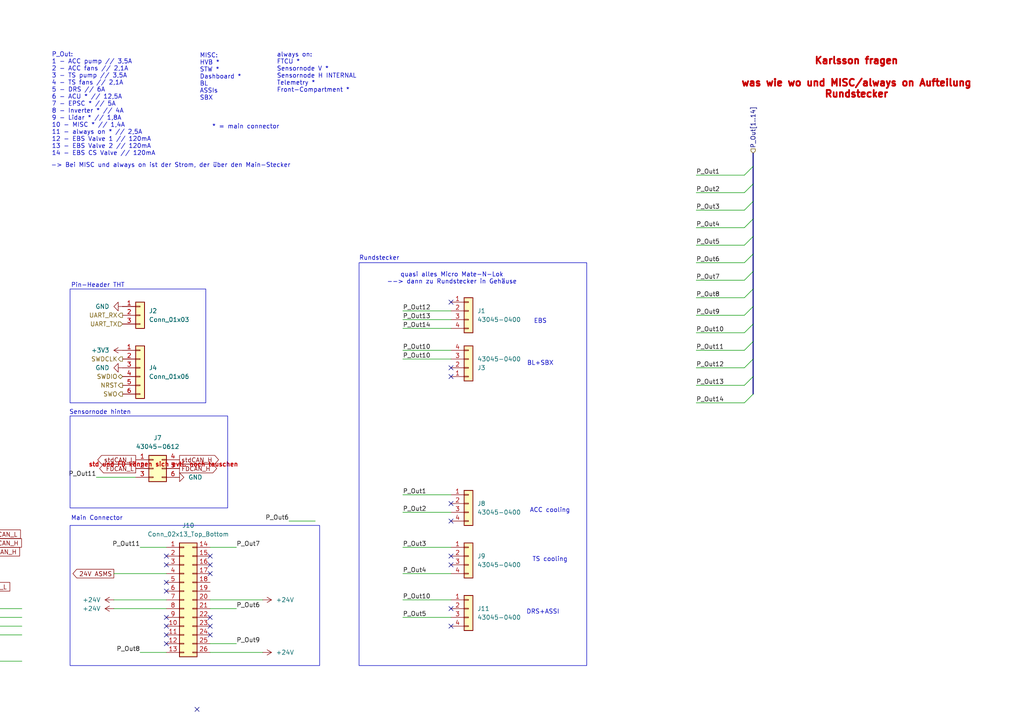
<source format=kicad_sch>
(kicad_sch (version 20231120) (generator "eeschema") (generator_version "8.0")
  (paper "A4")
  (title_block (title "PDU FT25") (date "2024-11-23") (rev "V1.1") (company "Janek Herm") (comment 1 "FaSTTUBe Electronics"))
  (lib_symbols
    (symbol "Connector_Generic:Conn_01x03" (pin_names (offset 1.016) hide)
      (property "Reference" "J" (at 0 5.08 0))
      (property "Value" "Conn_01x03" (at 0 -5.08 0))
      (symbol "Conn_01x03_1_1"
        (rectangle (start -1.27 -2.413) (end 0 -2.667) (stroke (width 0.1524)))
        (rectangle (start -1.27 0.127) (end 0 -0.127) (stroke (width 0.1524)))
        (rectangle (start -1.27 2.667) (end 0 2.413) (stroke (width 0.1524)))
        (rectangle (start -1.27 3.81) (end 1.27 -3.81) (stroke (width 0.254)) (fill (type background)))
        (pin passive line (at -5.08 2.54 0) (length 3.81) (name "Pin_1") (number "1"))
        (pin passive line (at -5.08 0 0) (length 3.81) (name "Pin_2") (number "2"))
        (pin passive line (at -5.08 -2.54 0) (length 3.81) (name "Pin_3") (number "3"))
      )
    )
    (symbol "Connector_Generic:Conn_01x04" (pin_names (offset 1.016) hide)
      (property "Reference" "J" (at 0 5.08 0))
      (property "Value" "Conn_01x04" (at 0 -7.62 0))
      (symbol "Conn_01x04_1_1"
        (rectangle (start -1.27 -4.953) (end 0 -5.207) (stroke (width 0.1524)))
        (rectangle (start -1.27 -2.413) (end 0 -2.667) (stroke (width 0.1524)))
        (rectangle (start -1.27 0.127) (end 0 -0.127) (stroke (width 0.1524)))
        (rectangle (start -1.27 2.667) (end 0 2.413) (stroke (width 0.1524)))
        (rectangle (start -1.27 3.81) (end 1.27 -6.35) (stroke (width 0.254)) (fill (type background)))
        (pin passive line (at -5.08 2.54 0) (length 3.81) (name "Pin_1") (number "1"))
        (pin passive line (at -5.08 0 0) (length 3.81) (name "Pin_2") (number "2"))
        (pin passive line (at -5.08 -2.54 0) (length 3.81) (name "Pin_3") (number "3"))
        (pin passive line (at -5.08 -5.08 0) (length 3.81) (name "Pin_4") (number "4"))
      )
    )
    (symbol "Connector_Generic:Conn_01x06" (pin_names (offset 1.016) hide)
      (property "Reference" "J" (at 0 7.62 0))
      (property "Value" "Conn_01x06" (at 0 -10.16 0))
      (symbol "Conn_01x06_1_1"
        (rectangle (start -1.27 -7.493) (end 0 -7.747) (stroke (width 0.1524)))
        (rectangle (start -1.27 -4.953) (end 0 -5.207) (stroke (width 0.1524)))
        (rectangle (start -1.27 -2.413) (end 0 -2.667) (stroke (width 0.1524)))
        (rectangle (start -1.27 0.127) (end 0 -0.127) (stroke (width 0.1524)))
        (rectangle (start -1.27 2.667) (end 0 2.413) (stroke (width 0.1524)))
        (rectangle (start -1.27 5.207) (end 0 4.953) (stroke (width 0.1524)))
        (rectangle (start -1.27 6.35) (end 1.27 -8.89) (stroke (width 0.254)) (fill (type background)))
        (pin passive line (at -5.08 5.08 0) (length 3.81) (name "Pin_1") (number "1"))
        (pin passive line (at -5.08 2.54 0) (length 3.81) (name "Pin_2") (number "2"))
        (pin passive line (at -5.08 0 0) (length 3.81) (name "Pin_3") (number "3"))
        (pin passive line (at -5.08 -2.54 0) (length 3.81) (name "Pin_4") (number "4"))
        (pin passive line (at -5.08 -5.08 0) (length 3.81) (name "Pin_5") (number "5"))
        (pin passive line (at -5.08 -7.62 0) (length 3.81) (name "Pin_6") (number "6"))
      )
    )
    (symbol "Connector_Generic:Conn_02x03_Top_Bottom" (pin_names (offset 1.016) hide)
      (property "Reference" "J" (at 1.27 5.08 0))
      (property "Value" "Conn_02x03_Top_Bottom" (at 1.27 -5.08 0))
      (symbol "Conn_02x03_Top_Bottom_1_1"
        (rectangle (start -1.27 -2.413) (end 0 -2.667) (stroke (width 0.1524)))
        (rectangle (start -1.27 0.127) (end 0 -0.127) (stroke (width 0.1524)))
        (rectangle (start -1.27 2.667) (end 0 2.413) (stroke (width 0.1524)))
        (rectangle (start -1.27 3.81) (end 3.81 -3.81) (stroke (width 0.254)) (fill (type background)))
        (rectangle (start 3.81 -2.413) (end 2.54 -2.667) (stroke (width 0.1524)))
        (rectangle (start 3.81 0.127) (end 2.54 -0.127) (stroke (width 0.1524)))
        (rectangle (start 3.81 2.667) (end 2.54 2.413) (stroke (width 0.1524)))
        (pin passive line (at -5.08 2.54 0) (length 3.81) (name "Pin_1") (number "1"))
        (pin passive line (at -5.08 0 0) (length 3.81) (name "Pin_2") (number "2"))
        (pin passive line (at -5.08 -2.54 0) (length 3.81) (name "Pin_3") (number "3"))
        (pin passive line (at 7.62 2.54 180) (length 3.81) (name "Pin_4") (number "4"))
        (pin passive line (at 7.62 0 180) (length 3.81) (name "Pin_5") (number "5"))
        (pin passive line (at 7.62 -2.54 180) (length 3.81) (name "Pin_6") (number "6"))
      )
    )
    (symbol "Connector_Generic:Conn_02x13_Top_Bottom" (pin_names (offset 1.016) hide)
      (property "Reference" "J" (at 1.27 17.78 0))
      (property "Value" "Conn_02x13_Top_Bottom" (at 1.27 -17.78 0))
      (symbol "Conn_02x13_Top_Bottom_1_1"
        (rectangle (start -1.27 -15.113) (end 0 -15.367) (stroke (width 0.1524)))
        (rectangle (start -1.27 -12.573) (end 0 -12.827) (stroke (width 0.1524)))
        (rectangle (start -1.27 -10.033) (end 0 -10.287) (stroke (width 0.1524)))
        (rectangle (start -1.27 -7.493) (end 0 -7.747) (stroke (width 0.1524)))
        (rectangle (start -1.27 -4.953) (end 0 -5.207) (stroke (width 0.1524)))
        (rectangle (start -1.27 -2.413) (end 0 -2.667) (stroke (width 0.1524)))
        (rectangle (start -1.27 0.127) (end 0 -0.127) (stroke (width 0.1524)))
        (rectangle (start -1.27 2.667) (end 0 2.413) (stroke (width 0.1524)))
        (rectangle (start -1.27 5.207) (end 0 4.953) (stroke (width 0.1524)))
        (rectangle (start -1.27 7.747) (end 0 7.493) (stroke (width 0.1524)))
        (rectangle (start -1.27 10.287) (end 0 10.033) (stroke (width 0.1524)))
        (rectangle (start -1.27 12.827) (end 0 12.573) (stroke (width 0.1524)))
        (rectangle (start -1.27 15.367) (end 0 15.113) (stroke (width 0.1524)))
        (rectangle (start -1.27 16.51) (end 3.81 -16.51) (stroke (width 0.254)) (fill (type background)))
        (rectangle (start 3.81 -15.113) (end 2.54 -15.367) (stroke (width 0.1524)))
        (rectangle (start 3.81 -12.573) (end 2.54 -12.827) (stroke (width 0.1524)))
        (rectangle (start 3.81 -10.033) (end 2.54 -10.287) (stroke (width 0.1524)))
        (rectangle (start 3.81 -7.493) (end 2.54 -7.747) (stroke (width 0.1524)))
        (rectangle (start 3.81 -4.953) (end 2.54 -5.207) (stroke (width 0.1524)))
        (rectangle (start 3.81 -2.413) (end 2.54 -2.667) (stroke (width 0.1524)))
        (rectangle (start 3.81 0.127) (end 2.54 -0.127) (stroke (width 0.1524)))
        (rectangle (start 3.81 2.667) (end 2.54 2.413) (stroke (width 0.1524)))
        (rectangle (start 3.81 5.207) (end 2.54 4.953) (stroke (width 0.1524)))
        (rectangle (start 3.81 7.747) (end 2.54 7.493) (stroke (width 0.1524)))
        (rectangle (start 3.81 10.287) (end 2.54 10.033) (stroke (width 0.1524)))
        (rectangle (start 3.81 12.827) (end 2.54 12.573) (stroke (width 0.1524)))
        (rectangle (start 3.81 15.367) (end 2.54 15.113) (stroke (width 0.1524)))
        (pin passive line (at -5.08 15.24 0) (length 3.81) (name "Pin_1") (number "1"))
        (pin passive line (at -5.08 -7.62 0) (length 3.81) (name "Pin_10") (number "10"))
        (pin passive line (at -5.08 -10.16 0) (length 3.81) (name "Pin_11") (number "11"))
        (pin passive line (at -5.08 -12.7 0) (length 3.81) (name "Pin_12") (number "12"))
        (pin passive line (at -5.08 -15.24 0) (length 3.81) (name "Pin_13") (number "13"))
        (pin passive line (at 7.62 15.24 180) (length 3.81) (name "Pin_14") (number "14"))
        (pin passive line (at 7.62 12.7 180) (length 3.81) (name "Pin_15") (number "15"))
        (pin passive line (at 7.62 10.16 180) (length 3.81) (name "Pin_16") (number "16"))
        (pin passive line (at 7.62 7.62 180) (length 3.81) (name "Pin_17") (number "17"))
        (pin passive line (at 7.62 5.08 180) (length 3.81) (name "Pin_18") (number "18"))
        (pin passive line (at 7.62 2.54 180) (length 3.81) (name "Pin_19") (number "19"))
        (pin passive line (at -5.08 12.7 0) (length 3.81) (name "Pin_2") (number "2"))
        (pin passive line (at 7.62 0 180) (length 3.81) (name "Pin_20") (number "20"))
        (pin passive line (at 7.62 -2.54 180) (length 3.81) (name "Pin_21") (number "21"))
        (pin passive line (at 7.62 -5.08 180) (length 3.81) (name "Pin_22") (number "22"))
        (pin passive line (at 7.62 -7.62 180) (length 3.81) (name "Pin_23") (number "23"))
        (pin passive line (at 7.62 -10.16 180) (length 3.81) (name "Pin_24") (number "24"))
        (pin passive line (at 7.62 -12.7 180) (length 3.81) (name "Pin_25") (number "25"))
        (pin passive line (at 7.62 -15.24 180) (length 3.81) (name "Pin_26") (number "26"))
        (pin passive line (at -5.08 10.16 0) (length 3.81) (name "Pin_3") (number "3"))
        (pin passive line (at -5.08 7.62 0) (length 3.81) (name "Pin_4") (number "4"))
        (pin passive line (at -5.08 5.08 0) (length 3.81) (name "Pin_5") (number "5"))
        (pin passive line (at -5.08 2.54 0) (length 3.81) (name "Pin_6") (number "6"))
        (pin passive line (at -5.08 0 0) (length 3.81) (name "Pin_7") (number "7"))
        (pin passive line (at -5.08 -2.54 0) (length 3.81) (name "Pin_8") (number "8"))
        (pin passive line (at -5.08 -5.08 0) (length 3.81) (name "Pin_9") (number "9"))
      )
    )
    (symbol "power:+24V" (power) (pin_numbers hide) (pin_names (offset 0) hide)
      (property "Value" "+24V" (at 0 3.556 0))
      (symbol "+24V_0_1"
        (polyline (pts (xy -0.762 1.27) (xy 0 2.54)))
        (polyline (pts (xy 0 0) (xy 0 2.54)))
        (polyline (pts (xy 0 2.54) (xy 0.762 1.27)))
      )
      (symbol "+24V_1_1"
        (pin power_in line (at 0 0 90) (length 0) (name "~") (number "1"))
      )
    )
    (symbol "power:+3.3V" (power) (pin_numbers hide) (pin_names (offset 0) hide)
      (property "Value" "+3.3V" (at 0 3.556 0))
      (symbol "+3.3V_0_1"
        (polyline (pts (xy -0.762 1.27) (xy 0 2.54)))
        (polyline (pts (xy 0 0) (xy 0 2.54)))
        (polyline (pts (xy 0 2.54) (xy 0.762 1.27)))
      )
      (symbol "+3.3V_1_1"
        (pin power_in line (at 0 0 90) (length 0) (name "~") (number "1"))
      )
    )
    (symbol "power:GND" (power) (pin_numbers hide) (pin_names (offset 0) hide)
      (property "Value" "GND" (at 0 -3.81 0))
      (symbol "GND_0_1"
        (polyline (pts (xy 0 0) (xy 0 -1.27) (xy 1.27 -1.27) (xy 0 -2.54) (xy -1.27 -1.27) (xy 0 -1.27)))
      )
      (symbol "GND_1_1"
        (pin power_in line (at 0 0 270) (length 0) (name "~") (number "1"))
      )
    )
  )
  (no_connect (at 60.96 161.29))
  (no_connect (at 130.81 161.29))
  (no_connect (at 60.96 181.61))
  (no_connect (at 60.96 184.15))
  (no_connect (at 48.26 161.29))
  (no_connect (at 60.96 163.83))
  (no_connect (at 130.81 87.63))
  (no_connect (at 48.26 163.83))
  (no_connect (at 130.81 146.05))
  (no_connect (at 48.26 181.61))
  (no_connect (at 60.96 179.07))
  (no_connect (at 130.81 151.13))
  (no_connect (at 130.81 163.83))
  (no_connect (at 130.81 176.53))
  (no_connect (at 57.15 205.74))
  (no_connect (at 48.26 179.07))
  (no_connect (at 48.26 168.91))
  (no_connect (at 48.26 171.45))
  (no_connect (at 48.26 186.69))
  (no_connect (at 130.81 106.68))
  (no_connect (at 130.81 181.61))
  (no_connect (at 48.26 184.15))
  (no_connect (at 60.96 166.37))
  (no_connect (at 130.81 109.22))
  (bus_entry (at 215.9 66.04) (size 2.54 -2.54))
  (bus_entry (at 215.9 55.88) (size 2.54 -2.54))
  (bus_entry (at 215.9 116.84) (size 2.54 -2.54))
  (bus_entry (at 215.9 86.36) (size 2.54 -2.54))
  (bus_entry (at 215.9 91.44) (size 2.54 -2.54))
  (bus_entry (at 215.9 76.2) (size 2.54 -2.54))
  (bus_entry (at 215.9 50.8) (size 2.54 -2.54))
  (bus_entry (at 215.9 71.12) (size 2.54 -2.54))
  (bus_entry (at 215.9 96.52) (size 2.54 -2.54))
  (bus_entry (at 215.9 106.68) (size 2.54 -2.54))
  (bus_entry (at 215.9 60.96) (size 2.54 -2.54))
  (bus_entry (at 215.9 101.6) (size 2.54 -2.54))
  (bus_entry (at 215.9 111.76) (size 2.54 -2.54))
  (bus_entry (at 215.9 81.28) (size 2.54 -2.54))
  (wire (pts (xy 201.93 106.68) (xy 215.9 106.68)))
  (wire (pts (xy 116.84 148.59) (xy 130.81 148.59)))
  (bus (pts (xy 218.44 99.06) (xy 218.44 104.14)))
  (bus (pts (xy 218.44 78.74) (xy 218.44 83.82)))
  (wire (pts (xy 116.84 92.71) (xy 130.81 92.71)))
  (wire (pts (xy 201.93 111.76) (xy 215.9 111.76)))
  (wire (pts (xy 76.2 189.23) (xy 60.96 189.23)))
  (wire (pts (xy 116.84 95.25) (xy 130.81 95.25)))
  (bus (pts (xy 218.44 83.82) (xy 218.44 88.9)))
  (wire (pts (xy 116.84 166.37) (xy 130.81 166.37)))
  (wire (pts (xy 201.93 91.44) (xy 215.9 91.44)))
  (wire (pts (xy -5.08 154.94) (xy -21.59 154.94)))
  (wire (pts (xy 6.35 179.07) (xy -1.27 179.07)))
  (wire (pts (xy 201.93 116.84) (xy 215.9 116.84)))
  (bus (pts (xy 218.44 104.14) (xy 218.44 109.22)))
  (wire (pts (xy 48.26 158.75) (xy 40.64 158.75)))
  (wire (pts (xy 201.93 86.36) (xy 215.9 86.36)))
  (bus (pts (xy 218.44 73.66) (xy 218.44 78.74)))
  (wire (pts (xy 201.93 96.52) (xy 215.9 96.52)))
  (wire (pts (xy 201.93 76.2) (xy 215.9 76.2)))
  (wire (pts (xy 201.93 71.12) (xy 215.9 71.12)))
  (wire (pts (xy 76.2 173.99) (xy 60.96 173.99)))
  (bus (pts (xy 218.44 58.42) (xy 218.44 63.5)))
  (wire (pts (xy 201.93 55.88) (xy 215.9 55.88)))
  (wire (pts (xy 201.93 81.28) (xy 215.9 81.28)))
  (bus (pts (xy 218.44 93.98) (xy 218.44 99.06)))
  (bus (pts (xy 218.44 68.58) (xy 218.44 73.66)))
  (wire (pts (xy 6.35 191.77) (xy -1.27 191.77)))
  (wire (pts (xy 116.84 143.51) (xy 130.81 143.51)))
  (wire (pts (xy 201.93 66.04) (xy 215.9 66.04)))
  (wire (pts (xy 116.84 173.99) (xy 130.81 173.99)))
  (wire (pts (xy 33.02 173.99) (xy 48.26 173.99)))
  (wire (pts (xy 48.26 189.23) (xy 40.64 189.23)))
  (bus (pts (xy 218.44 44.45) (xy 218.44 48.26)))
  (bus (pts (xy 218.44 109.22) (xy 218.44 114.3)))
  (bus (pts (xy 218.44 48.26) (xy 218.44 53.34)))
  (wire (pts (xy 201.93 60.96) (xy 215.9 60.96)))
  (wire (pts (xy 130.81 104.14) (xy 116.84 104.14)))
  (wire (pts (xy 60.96 158.75) (xy 68.58 158.75)))
  (bus (pts (xy 218.44 53.34) (xy 218.44 58.42)))
  (wire (pts (xy 6.35 176.53) (xy -1.27 176.53)))
  (wire (pts (xy 91.44 151.13) (xy 83.82 151.13)))
  (wire (pts (xy 27.94 138.43) (xy 39.37 138.43)))
  (wire (pts (xy 33.02 166.37) (xy 48.26 166.37)))
  (wire (pts (xy -5.08 157.48) (xy -21.59 157.48)))
  (wire (pts (xy 60.96 176.53) (xy 68.58 176.53)))
  (bus (pts (xy 218.44 63.5) (xy 218.44 68.58)))
  (wire (pts (xy 201.93 101.6) (xy 215.9 101.6)))
  (wire (pts (xy 33.02 176.53) (xy 48.26 176.53)))
  (wire (pts (xy 60.96 186.69) (xy 68.58 186.69)))
  (wire (pts (xy -7.62 170.18) (xy -15.24 170.18)))
  (wire (pts (xy 6.35 184.15) (xy -1.27 184.15)))
  (wire (pts (xy 116.84 101.6) (xy 130.81 101.6)))
  (bus (pts (xy 218.44 88.9) (xy 218.44 93.98)))
  (wire (pts (xy 116.84 179.07) (xy 130.81 179.07)))
  (wire (pts (xy 201.93 50.8) (xy 215.9 50.8)))
  (wire (pts (xy 6.35 181.61) (xy -1.27 181.61)))
  (wire (pts (xy 116.84 90.17) (xy 130.81 90.17)))
  (wire (pts (xy 116.84 158.75) (xy 130.81 158.75)))
  (wire (pts (xy -5.08 160.02) (xy -21.59 160.02)))
  (wire (pts (xy 50.8 138.43) (xy 52.07 138.43)))
  (rectangle (start 20.32 83.82) (end 59.69 116.84))
  (rectangle (start 104.14 76.2) (end 170.18 193.04))
  (rectangle (start 20.32 152.4) (end 92.71 193.04))
  (rectangle (start 20.32 120.65) (end 66.04 147.32))
  (text "* = main connector" (at 61.468 36.83 0) (effects (font (size 1.27 1.27)) (justify left)))
  (text "DRS+ASSI" (at 157.48 177.546 0) (effects (font (size 1.27 1.27))))
  (text "Pin-Header THT" (at 20.574 82.804 0) (effects (font (size 1.27 1.27)) (justify left)))
  (text "quasi alles Micro Mate-N-Lok\n--> dann zu Rundstecker in Gehäuse" (at 131.064 80.772 0) (effects (font (size 1.27 1.27) (thickness 0.1588))))
  (text "Sensornode hinten" (at 20.066 119.634 0) (effects (font (size 1.27 1.27)) (justify left)))
  (text "Rundstecker" (at 104.14 74.93 0) (effects (font (size 1.27 1.27)) (justify left)))
  (text "Karlsson fragen\n\nwas wie wo und MISC/always on Aufteilung\nRundstecker" (at 248.412 22.606 0) (effects (font (size 2 2) (thickness 0.7) (bold yes))))
  (text "Main Connector" (at 20.574 150.368 0) (effects (font (size 1.27 1.27)) (justify left)))
  (text "EBS" (at 156.718 93.218 0) (effects (font (size 1.27 1.27))))
  (text "MISC:\nHVB *\nSTW *\nDashboard *\nBL\nASSIs\nSBX" (at 57.912 22.352 0) (effects (font (size 1.27 1.27)) (justify left)))
  (text "-> Bei MISC und always on ist der Strom, der über den Main-Stecker" (at 49.53 48.006 0) (effects (font (size 1.27 1.27))))
  (text "TS cooling" (at 159.512 162.306 0) (effects (font (size 1.27 1.27))))
  (text "std und FD können sich evtl. noch tauschen" (at 25.654 134.874 0) (effects (font (size 1.27 1.27) (thickness 0.254) (bold yes)) (justify left)))
  (text "P_Out:\n1 - ACC pump // 3,5A\n2 - ACC fans // 2,1A\n3 - TS pump // 3,5A\n4 - TS fans // 2,1A\n5 - DRS // 6A\n6 - ACU * // 12,5A\n7 - EPSC * // 5A\n8 - Inverter * // 4A\n9 - Lidar * // 1,8A\n10 - MISC * // 1,4A\n11 - always on * // 2,5A\n12 - EBS Valve 1 // 120mA\n13 - EBS Valve 2 // 120mA\n14 - EBS CS Valve // 120mA" (at 14.986 30.226 0) (effects (font (size 1.27 1.27)) (justify left)))
  (text "BL+SBX" (at 156.718 105.41 0) (effects (font (size 1.27 1.27))))
  (text "ACC cooling" (at 159.512 148.082 0) (effects (font (size 1.27 1.27))))
  (text "always on:\nFTCU *\nSensornode V *\nSensornode H INTERNAL\nTelemetry * \nFront-Compartment *" (at 80.264 21.082 0) (effects (font (size 1.27 1.27)) (justify left)))
  (label "P_Out10" (at 201.93 96.52 0))
  (label "P_Out7" (at 68.58 158.75 0))
  (label "P_Out3" (at 201.93 60.96 0))
  (label "P_Out1" (at 201.93 50.8 0))
  (label "P_Out8" (at 201.93 86.36 0))
  (label "P_Out13" (at 201.93 111.76 0))
  (label "P_Out6" (at 83.82 151.13 180))
  (label "P_Out5" (at 116.84 179.07 0))
  (label "P_Out1" (at 116.84 143.51 0))
  (label "P_Out9" (at 201.93 91.44 0))
  (label "P_Out10" (at 116.84 101.6 0))
  (label "P_Out11" (at 201.93 101.6 0))
  (label "P_Out5" (at 201.93 71.12 0))
  (label "P_Out9" (at 68.58 186.69 0))
  (label "P_Out12" (at 201.93 106.68 0))
  (label "P_Out2" (at 201.93 55.88 0))
  (label "P_Out12" (at 116.84 90.17 0))
  (label "P_Out11" (at 27.94 138.43 180))
  (label "P_Out8" (at 40.64 189.23 180))
  (label "P_Out11" (at 40.64 158.75 180))
  (label "P_Out14" (at 116.84 95.25 0))
  (label "P_Out4" (at 116.84 166.37 0))
  (label "P_Out6" (at 68.58 176.53 0))
  (label "P_Out7" (at 201.93 81.28 0))
  (label "P_Out2" (at 116.84 148.59 0))
  (label "P_Out10" (at 116.84 104.14 0))
  (label "P_Out10" (at 116.84 173.99 0))
  (label "P_Out3" (at 116.84 158.75 0))
  (label "P_Out13" (at 116.84 92.71 0))
  (label "P_Out14" (at 201.93 116.84 0))
  (label "P_Out5" (at -1.27 176.53 180))
  (label "P_Out4" (at 201.93 66.04 0))
  (label "P_Out6" (at 201.93 76.2 0))
  (global_label "stdCAN_H" (shape output) (at 52.07 133.35 0) (property "Intersheetrefs" "${INTERSHEET_REFS}" (effects (hide yes))))
  (global_label "FDCAN_H" (shape output) (at 52.07 135.89 0) (property "Intersheetrefs" "${INTERSHEET_REFS}" (effects (hide yes))))
  (global_label "stdCAN_L" (shape input) (at -5.08 154.94 0) (property "Intersheetrefs" "${INTERSHEET_REFS}" (effects (hide yes))))
  (global_label "FDCAN_L" (shape output) (at 39.37 135.89 180) (property "Intersheetrefs" "${INTERSHEET_REFS}" (effects (hide yes))))
  (global_label "FDCAN_L" (shape input) (at -7.62 170.18 0) (property "Intersheetrefs" "${INTERSHEET_REFS}" (effects (hide yes))))
  (global_label "stdCAN_H" (shape input) (at -5.08 157.48 0) (property "Intersheetrefs" "${INTERSHEET_REFS}" (effects (hide yes))))
  (global_label "24V ASMS" (shape output) (at 33.02 166.37 180) (property "Intersheetrefs" "${INTERSHEET_REFS}" (effects (hide yes))))
  (global_label "stdCAN_L" (shape output) (at 39.37 133.35 180) (property "Intersheetrefs" "${INTERSHEET_REFS}" (effects (hide yes))))
  (global_label "FDCAN_H" (shape input) (at -5.08 160.02 0) (property "Intersheetrefs" "${INTERSHEET_REFS}" (effects (hide yes))))
  (global_label "RES2" (shape input) (at -1.27 179.07 180) (property "Intersheetrefs" "${INTERSHEET_REFS}" (effects (hide yes))))
  (hierarchical_label "P_Out[1..14]" (shape input) (at 218.44 44.45 90) (effects (font (thickness 0.1588))))
  (hierarchical_label "SWDIO" (shape bidirectional) (at 35.56 109.22 180) (effects (font (thickness 0.1588))))
  (hierarchical_label "SWO" (shape output) (at 35.56 114.3 180))
  (hierarchical_label "RES1" (shape input) (at -1.27 181.61 180))
  (hierarchical_label "UART_TX" (shape input) (at 35.56 93.98 180))
  (hierarchical_label "SDC bypass" (shape input) (at -1.27 184.15 180))
  (hierarchical_label "NRST" (shape output) (at 35.56 111.76 180) (effects (font (thickness 0.1588))))
  (hierarchical_label "SWDCLK" (shape output) (at 35.56 104.14 180))
  (hierarchical_label "UART_RX" (shape output) (at 35.56 91.44 180))
  (hierarchical_label "SDC bypass" (shape input) (at -1.27 191.77 180))
  (symbol (lib_id "Connector_Generic:Conn_01x04") (at 135.89 90.17 0) (unit 1)
    (property "Reference" "J1" (at 138.43 90.1699 0) (effects (justify left)))
    (property "Value" "43045-0400" (at 138.43 92.7099 0) (effects (justify left)))
    (property "Footprint" "43045-0400:43045-04_00,01,02,10_" (effects (hide yes)))
    (property "Description" "Generic connector, single row, 01x04, script generated (kicad-library-utils/schlib/autogen/connector/)" (effects (hide yes)))
  )
  (symbol (lib_id "power:+3.3V") (at 35.56 101.6 90) (unit 1)
    (property "Reference" "#PWR035" (effects (hide yes)))
    (property "Value" "+3V3" (at 31.75 101.5999 90) (effects (justify left)))
    (property "Description" "Power symbol creates a global label with name \"+3.3V\"" (effects (hide yes)))
  )
  (symbol (lib_id "power:+24V") (at 33.02 173.99 90) (mirror x) (unit 1)
    (property "Reference" "#PWR0196" (effects (hide yes)))
    (property "Value" "+24V" (at 29.21 173.9901 90) (effects (justify left)))
    (property "Description" "Power symbol creates a global label with name \"+24V\"" (effects (hide yes)))
  )
  (symbol (lib_id "Connector_Generic:Conn_01x04") (at 135.89 146.05 0) (unit 1)
    (property "Reference" "J8" (at 138.43 146.0499 0) (effects (justify left)))
    (property "Value" "43045-0400" (at 138.43 148.5899 0) (effects (justify left)))
    (property "Footprint" "43045-0400:43045-04_00,01,02,10_" (effects (hide yes)))
    (property "Description" "Generic connector, single row, 01x04, script generated (kicad-library-utils/schlib/autogen/connector/)" (effects (hide yes)))
  )
  (symbol (lib_id "power:GND") (at 35.56 88.9 270) (unit 1)
    (property "Reference" "#PWR034" (effects (hide yes)))
    (property "Value" "GND" (at 31.75 88.8999 90) (effects (justify right)))
    (property "Description" "Power symbol creates a global label with name \"GND\" , ground" (effects (hide yes)))
  )
  (symbol (lib_id "Connector_Generic:Conn_01x04") (at 135.89 106.68 0) (mirror x) (unit 1)
    (property "Reference" "J3" (at 138.43 106.6801 0) (effects (justify left)))
    (property "Value" "43045-0400" (at 138.43 104.1401 0) (effects (justify left)))
    (property "Footprint" "43045-0400:43045-04_00,01,02,10_" (effects (hide yes)))
    (property "Description" "Generic connector, single row, 01x04, script generated (kicad-library-utils/schlib/autogen/connector/)" (effects (hide yes)))
  )
  (symbol (lib_id "Connector_Generic:Conn_01x06") (at 40.64 106.68 0) (unit 1)
    (property "Reference" "J4" (at 43.18 106.6799 0) (effects (justify left)))
    (property "Value" "Conn_01x06" (at 43.18 109.2199 0) (effects (justify left)))
    (property "Footprint" "Connector_PinHeader_2.54mm:PinHeader_1x06_P2.54mm_Vertical" (effects (hide yes)))
    (property "Description" "Generic connector, single row, 01x06, script generated (kicad-library-utils/schlib/autogen/connector/)" (effects (hide yes)))
  )
  (symbol (lib_id "power:+24V") (at 76.2 189.23 270) (unit 1)
    (property "Reference" "#PWR044" (effects (hide yes)))
    (property "Value" "+24V" (at 80.01 189.2301 90) (effects (justify left)))
    (property "Description" "Power symbol creates a global label with name \"+24V\"" (effects (hide yes)))
  )
  (symbol (lib_id "Connector_Generic:Conn_01x04") (at 135.89 176.53 0) (unit 1)
    (property "Reference" "J11" (at 138.43 176.5299 0) (effects (justify left)))
    (property "Value" "43045-0400" (at 138.43 179.0699 0) (effects (justify left)))
    (property "Footprint" "43045-0400:43045-04_00,01,02,10_" (effects (hide yes)))
    (property "Description" "Generic connector, single row, 01x04, script generated (kicad-library-utils/schlib/autogen/connector/)" (effects (hide yes)))
  )
  (symbol (lib_id "power:+24V") (at 33.02 176.53 90) (mirror x) (unit 1)
    (property "Reference" "#PWR0156" (effects (hide yes)))
    (property "Value" "+24V" (at 29.21 176.5301 90) (effects (justify left)))
    (property "Description" "Power symbol creates a global label with name \"+24V\"" (effects (hide yes)))
  )
  (symbol (lib_id "Connector_Generic:Conn_02x13_Top_Bottom") (at 53.34 173.99 0) (unit 1)
    (property "Reference" "J10" (at 54.61 152.4 0))
    (property "Value" "Conn_02x13_Top_Bottom" (at 54.61 154.94 0))
    (property "Footprint" "6437288-4:64372884" (effects (hide yes)))
    (property "Description" "Generic connector, double row, 02x13, top/bottom pin numbering scheme (row 1: 1...pins_per_row, row2: pins_per_row+1 ... num_pins), script generated (kicad-library-utils/schlib/autogen/connector/)" (effects (hide yes)))
  )
  (symbol (lib_id "Connector_Generic:Conn_01x04") (at 135.89 161.29 0) (unit 1)
    (property "Reference" "J9" (at 138.43 161.2899 0) (effects (justify left)))
    (property "Value" "43045-0400" (at 138.43 163.8299 0) (effects (justify left)))
    (property "Footprint" "43045-0400:43045-04_00,01,02,10_" (effects (hide yes)))
    (property "Description" "Generic connector, single row, 01x04, script generated (kicad-library-utils/schlib/autogen/connector/)" (effects (hide yes)))
  )
  (symbol (lib_id "power:+24V") (at 76.2 173.99 270) (unit 1)
    (property "Reference" "#PWR0206" (effects (hide yes)))
    (property "Value" "+24V" (at 80.01 173.9901 90) (effects (justify left)))
    (property "Description" "Power symbol creates a global label with name \"+24V\"" (effects (hide yes)))
  )
  (symbol (lib_id "Connector_Generic:Conn_02x03_Top_Bottom") (at 44.45 135.89 0) (unit 1)
    (property "Reference" "J7" (at 45.72 127 0))
    (property "Value" "43045-0612" (at 45.72 129.54 0))
    (property "Footprint" "Connector_Molex:Molex_Micro-Fit_3.0_43045-0612_2x03_P3.00mm_Vertical" (effects (hide yes)))
    (property "Description" "Generic connector, double row, 02x03, top/bottom pin numbering scheme (row 1: 1...pins_per_row, row2: pins_per_row+1 ... num_pins), script generated (kicad-library-utils/schlib/autogen/connector/)" (effects (hide yes)))
  )
  (symbol (lib_id "power:GND") (at 50.8 138.43 90) (unit 1)
    (property "Reference" "#PWR040" (effects (hide yes)))
    (property "Value" "GND" (at 54.61 138.4299 90) (effects (justify right)))
    (property "Description" "Power symbol creates a global label with name \"GND\" , ground" (effects (hide yes)))
  )
  (symbol (lib_id "Connector_Generic:Conn_01x03") (at 40.64 91.44 0) (unit 1)
    (property "Reference" "J2" (at 43.18 90.1699 0) (effects (justify left)))
    (property "Value" "Conn_01x03" (at 43.18 92.7099 0) (effects (justify left)))
    (property "Footprint" "Connector_PinHeader_2.54mm:PinHeader_1x03_P2.54mm_Vertical" (effects (hide yes)))
    (property "Description" "Generic connector, single row, 01x03, script generated (kicad-library-utils/schlib/autogen/connector/)" (effects (hide yes)))
  )
  (symbol (lib_id "power:GND") (at 35.56 106.68 270) (unit 1)
    (property "Reference" "#PWR037" (effects (hide yes)))
    (property "Value" "GND" (at 31.75 106.6799 90) (effects (justify right)))
    (property "Description" "Power symbol creates a global label with name \"GND\" , ground" (effects (hide yes)))
  )
)
</source>
